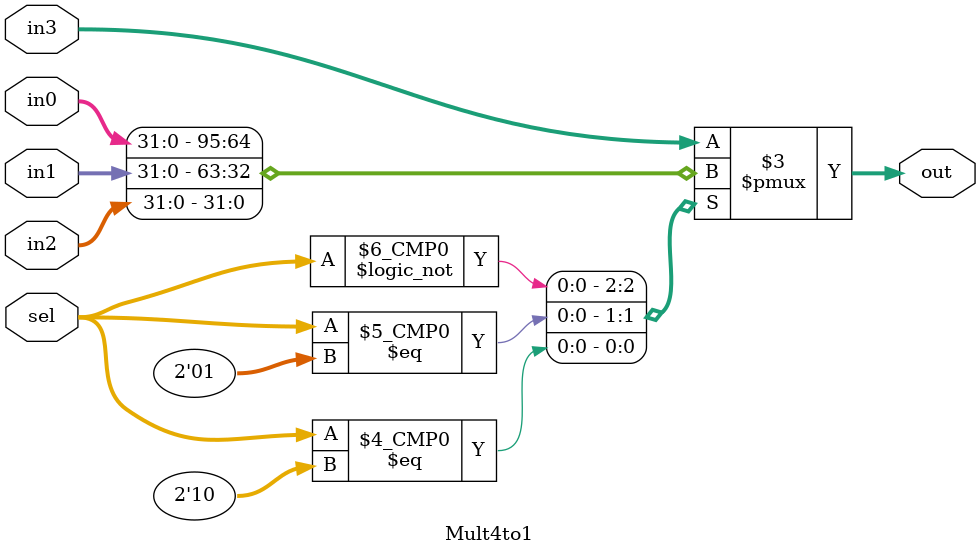
<source format=sv>
`timescale 1ns / 1ps

module Mult4to1 (
    input [31:0] in0,
    input [31:0] in1,
    input [31:0] in2,
    input [31:0] in3,
    input [1:0] sel,
    output logic [31:0] out
);
    always_comb
        case (sel)
            0:       out = in0;
            1:       out = in1;
            2:       out = in2;
            default: out = in3;
        endcase
endmodule

</source>
